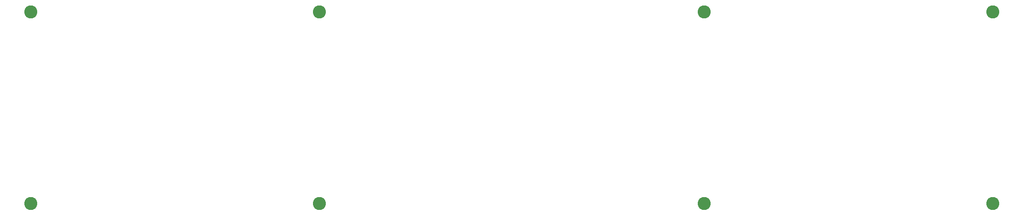
<source format=gbs>
G04 #@! TF.GenerationSoftware,KiCad,Pcbnew,(5.0.0)*
G04 #@! TF.CreationDate,2018-11-10T23:46:15-06:00*
G04 #@! TF.ProjectId,Contra,436F6E7472612E6B696361645F706362,rev?*
G04 #@! TF.SameCoordinates,Original*
G04 #@! TF.FileFunction,Soldermask,Bot*
G04 #@! TF.FilePolarity,Negative*
%FSLAX46Y46*%
G04 Gerber Fmt 4.6, Leading zero omitted, Abs format (unit mm)*
G04 Created by KiCad (PCBNEW (5.0.0)) date 11/10/18 23:46:15*
%MOMM*%
%LPD*%
G01*
G04 APERTURE LIST*
%ADD10C,2.600000*%
G04 APERTURE END LIST*
D10*
G04 #@! TO.C,J1*
X47625000Y-47625000D03*
G04 #@! TD*
G04 #@! TO.C,J2*
X104775000Y-47625000D03*
G04 #@! TD*
G04 #@! TO.C,J3*
X47625000Y-85725000D03*
G04 #@! TD*
G04 #@! TO.C,J4*
X104775000Y-85725000D03*
G04 #@! TD*
G04 #@! TO.C,J5*
X180975000Y-47625000D03*
G04 #@! TD*
G04 #@! TO.C,J6*
X180975000Y-85725000D03*
G04 #@! TD*
G04 #@! TO.C,J7*
X238125000Y-47625000D03*
G04 #@! TD*
G04 #@! TO.C,J8*
X238125000Y-85725000D03*
G04 #@! TD*
M02*

</source>
